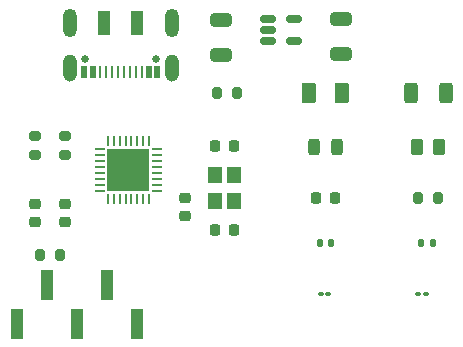
<source format=gbr>
%TF.GenerationSoftware,KiCad,Pcbnew,(5.99.0-9795-gc3c3649211)*%
%TF.CreationDate,2021-03-25T09:38:18-07:00*%
%TF.ProjectId,smd-challenge,736d642d-6368-4616-9c6c-656e67652e6b,rev?*%
%TF.SameCoordinates,Original*%
%TF.FileFunction,Soldermask,Top*%
%TF.FilePolarity,Negative*%
%FSLAX46Y46*%
G04 Gerber Fmt 4.6, Leading zero omitted, Abs format (unit mm)*
G04 Created by KiCad (PCBNEW (5.99.0-9795-gc3c3649211)) date 2021-03-25 09:38:18*
%MOMM*%
%LPD*%
G01*
G04 APERTURE LIST*
G04 Aperture macros list*
%AMRoundRect*
0 Rectangle with rounded corners*
0 $1 Rounding radius*
0 $2 $3 $4 $5 $6 $7 $8 $9 X,Y pos of 4 corners*
0 Add a 4 corners polygon primitive as box body*
4,1,4,$2,$3,$4,$5,$6,$7,$8,$9,$2,$3,0*
0 Add four circle primitives for the rounded corners*
1,1,$1+$1,$2,$3*
1,1,$1+$1,$4,$5*
1,1,$1+$1,$6,$7*
1,1,$1+$1,$8,$9*
0 Add four rect primitives between the rounded corners*
20,1,$1+$1,$2,$3,$4,$5,0*
20,1,$1+$1,$4,$5,$6,$7,0*
20,1,$1+$1,$6,$7,$8,$9,0*
20,1,$1+$1,$8,$9,$2,$3,0*%
G04 Aperture macros list end*
%ADD10RoundRect,0.100000X0.130000X0.100000X-0.130000X0.100000X-0.130000X-0.100000X0.130000X-0.100000X0*%
%ADD11RoundRect,0.250000X0.375000X0.625000X-0.375000X0.625000X-0.375000X-0.625000X0.375000X-0.625000X0*%
%ADD12RoundRect,0.062500X0.062500X-0.337500X0.062500X0.337500X-0.062500X0.337500X-0.062500X-0.337500X0*%
%ADD13RoundRect,0.062500X0.337500X-0.062500X0.337500X0.062500X-0.337500X0.062500X-0.337500X-0.062500X0*%
%ADD14R,3.600000X3.600000*%
%ADD15RoundRect,0.200000X0.200000X0.275000X-0.200000X0.275000X-0.200000X-0.275000X0.200000X-0.275000X0*%
%ADD16RoundRect,0.225000X-0.250000X0.225000X-0.250000X-0.225000X0.250000X-0.225000X0.250000X0.225000X0*%
%ADD17RoundRect,0.200000X-0.275000X0.200000X-0.275000X-0.200000X0.275000X-0.200000X0.275000X0.200000X0*%
%ADD18RoundRect,0.250000X-0.650000X0.325000X-0.650000X-0.325000X0.650000X-0.325000X0.650000X0.325000X0*%
%ADD19RoundRect,0.250000X0.650000X-0.325000X0.650000X0.325000X-0.650000X0.325000X-0.650000X-0.325000X0*%
%ADD20RoundRect,0.100000X-0.130000X-0.100000X0.130000X-0.100000X0.130000X0.100000X-0.130000X0.100000X0*%
%ADD21RoundRect,0.218750X0.218750X0.256250X-0.218750X0.256250X-0.218750X-0.256250X0.218750X-0.256250X0*%
%ADD22R,1.200000X1.400000*%
%ADD23RoundRect,0.150000X-0.512500X-0.150000X0.512500X-0.150000X0.512500X0.150000X-0.512500X0.150000X0*%
%ADD24RoundRect,0.243750X0.243750X0.456250X-0.243750X0.456250X-0.243750X-0.456250X0.243750X-0.456250X0*%
%ADD25RoundRect,0.147500X0.147500X0.172500X-0.147500X0.172500X-0.147500X-0.172500X0.147500X-0.172500X0*%
%ADD26RoundRect,0.250000X-0.262500X-0.450000X0.262500X-0.450000X0.262500X0.450000X-0.262500X0.450000X0*%
%ADD27RoundRect,0.200000X-0.200000X-0.275000X0.200000X-0.275000X0.200000X0.275000X-0.200000X0.275000X0*%
%ADD28R,0.520000X1.000000*%
%ADD29R,0.270000X1.000000*%
%ADD30C,0.630000*%
%ADD31C,0.600000*%
%ADD32R,1.000000X2.000000*%
%ADD33O,1.158000X2.316000*%
%ADD34O,1.200000X2.400000*%
%ADD35RoundRect,0.135000X-0.135000X-0.185000X0.135000X-0.185000X0.135000X0.185000X-0.135000X0.185000X0*%
%ADD36RoundRect,0.250000X-0.312500X-0.625000X0.312500X-0.625000X0.312500X0.625000X-0.312500X0.625000X0*%
%ADD37RoundRect,0.225000X0.225000X0.250000X-0.225000X0.250000X-0.225000X-0.250000X0.225000X-0.250000X0*%
%ADD38RoundRect,0.225000X-0.225000X-0.250000X0.225000X-0.250000X0.225000X0.250000X-0.225000X0.250000X0*%
%ADD39R,1.000000X2.510000*%
G04 APERTURE END LIST*
D10*
%TO.C,D5*%
X148768750Y-64770000D03*
X148128750Y-64770000D03*
%TD*%
D11*
%TO.C,D1*%
X149946250Y-47752000D03*
X147146250Y-47752000D03*
%TD*%
D12*
%TO.C,U2*%
X130114000Y-56722000D03*
X130614000Y-56722000D03*
X131114000Y-56722000D03*
X131614000Y-56722000D03*
X132114000Y-56722000D03*
X132614000Y-56722000D03*
X133114000Y-56722000D03*
X133614000Y-56722000D03*
D13*
X134314000Y-56022000D03*
X134314000Y-55522000D03*
X134314000Y-55022000D03*
X134314000Y-54522000D03*
X134314000Y-54022000D03*
X134314000Y-53522000D03*
X134314000Y-53022000D03*
X134314000Y-52522000D03*
D12*
X133614000Y-51822000D03*
X133114000Y-51822000D03*
X132614000Y-51822000D03*
X132114000Y-51822000D03*
X131614000Y-51822000D03*
X131114000Y-51822000D03*
X130614000Y-51822000D03*
X130114000Y-51822000D03*
D13*
X129414000Y-52522000D03*
X129414000Y-53022000D03*
X129414000Y-53522000D03*
X129414000Y-54022000D03*
X129414000Y-54522000D03*
X129414000Y-55022000D03*
X129414000Y-55522000D03*
X129414000Y-56022000D03*
D14*
X131864000Y-54272000D03*
%TD*%
D15*
%TO.C,R9*%
X126047000Y-61468000D03*
X124397000Y-61468000D03*
%TD*%
D16*
%TO.C,C5*%
X123952000Y-57137000D03*
X123952000Y-58687000D03*
%TD*%
D17*
%TO.C,R3*%
X126492000Y-51372000D03*
X126492000Y-53022000D03*
%TD*%
D16*
%TO.C,C7*%
X136652000Y-56629000D03*
X136652000Y-58179000D03*
%TD*%
D18*
%TO.C,C4*%
X149860000Y-41468000D03*
X149860000Y-44418000D03*
%TD*%
D19*
%TO.C,C1*%
X139700000Y-44528000D03*
X139700000Y-41578000D03*
%TD*%
D17*
%TO.C,R2*%
X123952000Y-51372000D03*
X123952000Y-53022000D03*
%TD*%
D20*
%TO.C,R8*%
X156415250Y-64770000D03*
X157055250Y-64770000D03*
%TD*%
D21*
%TO.C,D3*%
X149333750Y-56642000D03*
X147758750Y-56642000D03*
%TD*%
D22*
%TO.C,Y1*%
X139192000Y-54696000D03*
X139192000Y-56896000D03*
X140792000Y-56896000D03*
X140792000Y-54696000D03*
%TD*%
D23*
%TO.C,U1*%
X143642500Y-41468000D03*
X143642500Y-42418000D03*
X143642500Y-43368000D03*
X145917500Y-43368000D03*
X145917500Y-41468000D03*
%TD*%
D16*
%TO.C,C6*%
X126492000Y-57137000D03*
X126492000Y-58687000D03*
%TD*%
D24*
%TO.C,D2*%
X149483750Y-52324000D03*
X147608750Y-52324000D03*
%TD*%
D25*
%TO.C,D4*%
X149031250Y-60452000D03*
X148061250Y-60452000D03*
%TD*%
D26*
%TO.C,R5*%
X156332250Y-52324000D03*
X158157250Y-52324000D03*
%TD*%
D27*
%TO.C,R6*%
X156377750Y-56642000D03*
X158027750Y-56642000D03*
%TD*%
D28*
%TO.C,J1*%
X134316000Y-45996000D03*
X133566000Y-45996000D03*
D29*
X132966000Y-45996000D03*
X132466000Y-45996000D03*
X131966000Y-45996000D03*
X131466000Y-45996000D03*
X130966000Y-45996000D03*
X130466000Y-45996000D03*
X129966000Y-45996000D03*
X129466000Y-45996000D03*
D28*
X128866000Y-45996000D03*
X128116000Y-45996000D03*
D30*
X128216000Y-44896000D03*
D31*
X128216000Y-44896000D03*
D30*
X134216000Y-44896000D03*
D32*
X132616000Y-41796000D03*
X129816000Y-41796000D03*
D33*
X135536000Y-45621000D03*
X126896000Y-45621000D03*
D34*
X135536000Y-41796000D03*
X126896000Y-41796000D03*
%TD*%
D35*
%TO.C,R7*%
X156605250Y-60452000D03*
X157625250Y-60452000D03*
%TD*%
D36*
%TO.C,R4*%
X155782250Y-47752000D03*
X158707250Y-47752000D03*
%TD*%
D37*
%TO.C,C2*%
X140767000Y-59352000D03*
X139217000Y-59352000D03*
%TD*%
D38*
%TO.C,C3*%
X139217000Y-52240000D03*
X140767000Y-52240000D03*
%TD*%
D39*
%TO.C,J2*%
X122419999Y-67310000D03*
X124959999Y-64000000D03*
X127499999Y-67310000D03*
X130039999Y-64000000D03*
X132579999Y-67310000D03*
%TD*%
D27*
%TO.C,R1*%
X139383000Y-47752000D03*
X141033000Y-47752000D03*
%TD*%
M02*

</source>
